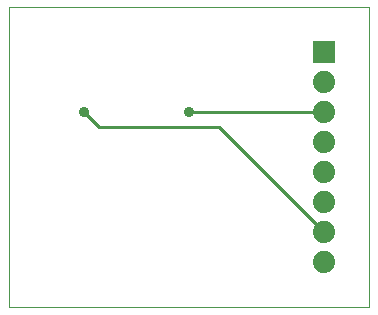
<source format=gbl>
G75*
G70*
%OFA0B0*%
%FSLAX24Y24*%
%IPPOS*%
%LPD*%
%AMOC8*
5,1,8,0,0,1.08239X$1,22.5*
%
%ADD10C,0.0000*%
%ADD11R,0.0740X0.0740*%
%ADD12C,0.0740*%
%ADD13C,0.0100*%
%ADD14C,0.0360*%
D10*
X000100Y000100D02*
X000100Y010100D01*
X012100Y010100D01*
X012100Y000100D01*
X000100Y000100D01*
D11*
X010600Y008600D03*
D12*
X010600Y007600D03*
X010600Y006600D03*
X010600Y005600D03*
X010600Y004600D03*
X010600Y003600D03*
X010600Y002600D03*
X010600Y001600D03*
D13*
X010600Y002600D02*
X007100Y006100D01*
X003100Y006100D01*
X002600Y006600D01*
X006100Y006600D02*
X010600Y006600D01*
D14*
X006100Y006600D03*
X002600Y006600D03*
M02*

</source>
